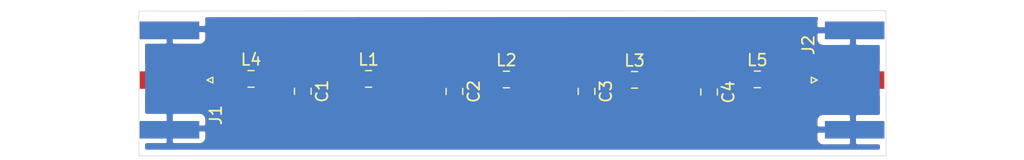
<source format=kicad_pcb>
(kicad_pcb (version 20171130) (host pcbnew "(5.1.5-0-10_14)")

  (general
    (thickness 1.6)
    (drawings 4)
    (tracks 8)
    (zones 0)
    (modules 11)
    (nets 8)
  )

  (page A4)
  (layers
    (0 F.Cu signal)
    (31 B.Cu signal)
    (32 B.Adhes user)
    (33 F.Adhes user)
    (34 B.Paste user)
    (35 F.Paste user)
    (36 B.SilkS user)
    (37 F.SilkS user)
    (38 B.Mask user)
    (39 F.Mask user)
    (40 Dwgs.User user)
    (41 Cmts.User user)
    (42 Eco1.User user)
    (43 Eco2.User user)
    (44 Edge.Cuts user)
    (45 Margin user)
    (46 B.CrtYd user)
    (47 F.CrtYd user)
    (48 B.Fab user)
    (49 F.Fab user)
  )

  (setup
    (last_trace_width 0.25)
    (trace_clearance 0.2)
    (zone_clearance 0.508)
    (zone_45_only no)
    (trace_min 0.2)
    (via_size 0.8)
    (via_drill 0.4)
    (via_min_size 0.4)
    (via_min_drill 0.3)
    (uvia_size 0.3)
    (uvia_drill 0.1)
    (uvias_allowed no)
    (uvia_min_size 0.2)
    (uvia_min_drill 0.1)
    (edge_width 0.05)
    (segment_width 0.2)
    (pcb_text_width 0.3)
    (pcb_text_size 1.5 1.5)
    (mod_edge_width 0.12)
    (mod_text_size 1 1)
    (mod_text_width 0.15)
    (pad_size 1.524 1.524)
    (pad_drill 0.762)
    (pad_to_mask_clearance 0.051)
    (solder_mask_min_width 0.25)
    (aux_axis_origin 0 0)
    (visible_elements FFFFFF7F)
    (pcbplotparams
      (layerselection 0x01000_ffffffff)
      (usegerberextensions false)
      (usegerberattributes false)
      (usegerberadvancedattributes false)
      (creategerberjobfile false)
      (excludeedgelayer true)
      (linewidth 0.100000)
      (plotframeref false)
      (viasonmask false)
      (mode 1)
      (useauxorigin false)
      (hpglpennumber 1)
      (hpglpenspeed 20)
      (hpglpendiameter 15.000000)
      (psnegative false)
      (psa4output false)
      (plotreference true)
      (plotvalue true)
      (plotinvisibletext false)
      (padsonsilk false)
      (subtractmaskfromsilk false)
      (outputformat 1)
      (mirror false)
      (drillshape 0)
      (scaleselection 1)
      (outputdirectory "../../../../../../../../Volumes/USB30FD/Conner/32.1 MHz Lowpass FIlter/"))
  )

  (net 0 "")
  (net 1 "Net-(C1-Pad1)")
  (net 2 GND)
  (net 3 "Net-(C2-Pad1)")
  (net 4 "Net-(C3-Pad1)")
  (net 5 "Net-(C4-Pad1)")
  (net 6 "Net-(J2-Pad1)")
  (net 7 "Net-(J1-Pad1)")

  (net_class Default "This is the default net class."
    (clearance 0.2)
    (trace_width 0.25)
    (via_dia 0.8)
    (via_drill 0.4)
    (uvia_dia 0.3)
    (uvia_drill 0.1)
    (add_net GND)
    (add_net "Net-(C1-Pad1)")
    (add_net "Net-(C2-Pad1)")
    (add_net "Net-(C3-Pad1)")
    (add_net "Net-(C4-Pad1)")
    (add_net "Net-(J1-Pad1)")
    (add_net "Net-(J2-Pad1)")
  )

  (module Capacitor_SMD:C_0805_2012Metric_Pad1.15x1.40mm_HandSolder (layer F.Cu) (tedit 5B36C52B) (tstamp 5E58A7F8)
    (at 132.32 79.045 270)
    (descr "Capacitor SMD 0805 (2012 Metric), square (rectangular) end terminal, IPC_7351 nominal with elongated pad for handsoldering. (Body size source: https://docs.google.com/spreadsheets/d/1BsfQQcO9C6DZCsRaXUlFlo91Tg2WpOkGARC1WS5S8t0/edit?usp=sharing), generated with kicad-footprint-generator")
    (tags "capacitor handsolder")
    (path /5E587C61)
    (attr smd)
    (fp_text reference C1 (at 0 -1.65 90) (layer F.SilkS)
      (effects (font (size 1 1) (thickness 0.15)))
    )
    (fp_text value 91pF (at 0 1.65 90) (layer F.Fab)
      (effects (font (size 1 1) (thickness 0.15)))
    )
    (fp_line (start -1 0.6) (end -1 -0.6) (layer F.Fab) (width 0.1))
    (fp_line (start -1 -0.6) (end 1 -0.6) (layer F.Fab) (width 0.1))
    (fp_line (start 1 -0.6) (end 1 0.6) (layer F.Fab) (width 0.1))
    (fp_line (start 1 0.6) (end -1 0.6) (layer F.Fab) (width 0.1))
    (fp_line (start -0.261252 -0.71) (end 0.261252 -0.71) (layer F.SilkS) (width 0.12))
    (fp_line (start -0.261252 0.71) (end 0.261252 0.71) (layer F.SilkS) (width 0.12))
    (fp_line (start -1.85 0.95) (end -1.85 -0.95) (layer F.CrtYd) (width 0.05))
    (fp_line (start -1.85 -0.95) (end 1.85 -0.95) (layer F.CrtYd) (width 0.05))
    (fp_line (start 1.85 -0.95) (end 1.85 0.95) (layer F.CrtYd) (width 0.05))
    (fp_line (start 1.85 0.95) (end -1.85 0.95) (layer F.CrtYd) (width 0.05))
    (fp_text user %R (at 0 0 90) (layer F.Fab)
      (effects (font (size 0.5 0.5) (thickness 0.08)))
    )
    (pad 1 smd roundrect (at -1.025 0 270) (size 1.15 1.4) (layers F.Cu F.Paste F.Mask) (roundrect_rratio 0.217391)
      (net 1 "Net-(C1-Pad1)"))
    (pad 2 smd roundrect (at 1.025 0 270) (size 1.15 1.4) (layers F.Cu F.Paste F.Mask) (roundrect_rratio 0.217391)
      (net 2 GND))
    (model ${KISYS3DMOD}/Capacitor_SMD.3dshapes/C_0805_2012Metric.wrl
      (at (xyz 0 0 0))
      (scale (xyz 1 1 1))
      (rotate (xyz 0 0 0))
    )
  )

  (module Capacitor_SMD:C_0805_2012Metric_Pad1.15x1.40mm_HandSolder (layer F.Cu) (tedit 5B36C52B) (tstamp 5E58A809)
    (at 145.29 79.065 270)
    (descr "Capacitor SMD 0805 (2012 Metric), square (rectangular) end terminal, IPC_7351 nominal with elongated pad for handsoldering. (Body size source: https://docs.google.com/spreadsheets/d/1BsfQQcO9C6DZCsRaXUlFlo91Tg2WpOkGARC1WS5S8t0/edit?usp=sharing), generated with kicad-footprint-generator")
    (tags "capacitor handsolder")
    (path /5E588C39)
    (attr smd)
    (fp_text reference C2 (at 0 -1.65 90) (layer F.SilkS)
      (effects (font (size 1 1) (thickness 0.15)))
    )
    (fp_text value 160pF (at 0 1.65 90) (layer F.Fab)
      (effects (font (size 1 1) (thickness 0.15)))
    )
    (fp_text user %R (at 0 0 90) (layer F.Fab)
      (effects (font (size 0.5 0.5) (thickness 0.08)))
    )
    (fp_line (start 1.85 0.95) (end -1.85 0.95) (layer F.CrtYd) (width 0.05))
    (fp_line (start 1.85 -0.95) (end 1.85 0.95) (layer F.CrtYd) (width 0.05))
    (fp_line (start -1.85 -0.95) (end 1.85 -0.95) (layer F.CrtYd) (width 0.05))
    (fp_line (start -1.85 0.95) (end -1.85 -0.95) (layer F.CrtYd) (width 0.05))
    (fp_line (start -0.261252 0.71) (end 0.261252 0.71) (layer F.SilkS) (width 0.12))
    (fp_line (start -0.261252 -0.71) (end 0.261252 -0.71) (layer F.SilkS) (width 0.12))
    (fp_line (start 1 0.6) (end -1 0.6) (layer F.Fab) (width 0.1))
    (fp_line (start 1 -0.6) (end 1 0.6) (layer F.Fab) (width 0.1))
    (fp_line (start -1 -0.6) (end 1 -0.6) (layer F.Fab) (width 0.1))
    (fp_line (start -1 0.6) (end -1 -0.6) (layer F.Fab) (width 0.1))
    (pad 2 smd roundrect (at 1.025 0 270) (size 1.15 1.4) (layers F.Cu F.Paste F.Mask) (roundrect_rratio 0.217391)
      (net 2 GND))
    (pad 1 smd roundrect (at -1.025 0 270) (size 1.15 1.4) (layers F.Cu F.Paste F.Mask) (roundrect_rratio 0.217391)
      (net 3 "Net-(C2-Pad1)"))
    (model ${KISYS3DMOD}/Capacitor_SMD.3dshapes/C_0805_2012Metric.wrl
      (at (xyz 0 0 0))
      (scale (xyz 1 1 1))
      (rotate (xyz 0 0 0))
    )
  )

  (module Capacitor_SMD:C_0805_2012Metric_Pad1.15x1.40mm_HandSolder (layer F.Cu) (tedit 5B36C52B) (tstamp 5E58A81A)
    (at 156.59 79.06 270)
    (descr "Capacitor SMD 0805 (2012 Metric), square (rectangular) end terminal, IPC_7351 nominal with elongated pad for handsoldering. (Body size source: https://docs.google.com/spreadsheets/d/1BsfQQcO9C6DZCsRaXUlFlo91Tg2WpOkGARC1WS5S8t0/edit?usp=sharing), generated with kicad-footprint-generator")
    (tags "capacitor handsolder")
    (path /5E588EC9)
    (attr smd)
    (fp_text reference C3 (at 0 -1.65 90) (layer F.SilkS)
      (effects (font (size 1 1) (thickness 0.15)))
    )
    (fp_text value 160pF (at 0 1.65 90) (layer F.Fab)
      (effects (font (size 1 1) (thickness 0.15)))
    )
    (fp_line (start -1 0.6) (end -1 -0.6) (layer F.Fab) (width 0.1))
    (fp_line (start -1 -0.6) (end 1 -0.6) (layer F.Fab) (width 0.1))
    (fp_line (start 1 -0.6) (end 1 0.6) (layer F.Fab) (width 0.1))
    (fp_line (start 1 0.6) (end -1 0.6) (layer F.Fab) (width 0.1))
    (fp_line (start -0.261252 -0.71) (end 0.261252 -0.71) (layer F.SilkS) (width 0.12))
    (fp_line (start -0.261252 0.71) (end 0.261252 0.71) (layer F.SilkS) (width 0.12))
    (fp_line (start -1.85 0.95) (end -1.85 -0.95) (layer F.CrtYd) (width 0.05))
    (fp_line (start -1.85 -0.95) (end 1.85 -0.95) (layer F.CrtYd) (width 0.05))
    (fp_line (start 1.85 -0.95) (end 1.85 0.95) (layer F.CrtYd) (width 0.05))
    (fp_line (start 1.85 0.95) (end -1.85 0.95) (layer F.CrtYd) (width 0.05))
    (fp_text user %R (at 0 0 90) (layer F.Fab)
      (effects (font (size 0.5 0.5) (thickness 0.08)))
    )
    (pad 1 smd roundrect (at -1.025 0 270) (size 1.15 1.4) (layers F.Cu F.Paste F.Mask) (roundrect_rratio 0.217391)
      (net 4 "Net-(C3-Pad1)"))
    (pad 2 smd roundrect (at 1.025 0 270) (size 1.15 1.4) (layers F.Cu F.Paste F.Mask) (roundrect_rratio 0.217391)
      (net 2 GND))
    (model ${KISYS3DMOD}/Capacitor_SMD.3dshapes/C_0805_2012Metric.wrl
      (at (xyz 0 0 0))
      (scale (xyz 1 1 1))
      (rotate (xyz 0 0 0))
    )
  )

  (module Capacitor_SMD:C_0805_2012Metric_Pad1.15x1.40mm_HandSolder (layer F.Cu) (tedit 5B36C52B) (tstamp 5E58A82B)
    (at 167.07 79.115 270)
    (descr "Capacitor SMD 0805 (2012 Metric), square (rectangular) end terminal, IPC_7351 nominal with elongated pad for handsoldering. (Body size source: https://docs.google.com/spreadsheets/d/1BsfQQcO9C6DZCsRaXUlFlo91Tg2WpOkGARC1WS5S8t0/edit?usp=sharing), generated with kicad-footprint-generator")
    (tags "capacitor handsolder")
    (path /5E5890E1)
    (attr smd)
    (fp_text reference C4 (at 0 -1.65 90) (layer F.SilkS)
      (effects (font (size 1 1) (thickness 0.15)))
    )
    (fp_text value 160pF (at 0 1.65 90) (layer F.Fab)
      (effects (font (size 1 1) (thickness 0.15)))
    )
    (fp_text user %R (at 0 0 90) (layer F.Fab)
      (effects (font (size 0.5 0.5) (thickness 0.08)))
    )
    (fp_line (start 1.85 0.95) (end -1.85 0.95) (layer F.CrtYd) (width 0.05))
    (fp_line (start 1.85 -0.95) (end 1.85 0.95) (layer F.CrtYd) (width 0.05))
    (fp_line (start -1.85 -0.95) (end 1.85 -0.95) (layer F.CrtYd) (width 0.05))
    (fp_line (start -1.85 0.95) (end -1.85 -0.95) (layer F.CrtYd) (width 0.05))
    (fp_line (start -0.261252 0.71) (end 0.261252 0.71) (layer F.SilkS) (width 0.12))
    (fp_line (start -0.261252 -0.71) (end 0.261252 -0.71) (layer F.SilkS) (width 0.12))
    (fp_line (start 1 0.6) (end -1 0.6) (layer F.Fab) (width 0.1))
    (fp_line (start 1 -0.6) (end 1 0.6) (layer F.Fab) (width 0.1))
    (fp_line (start -1 -0.6) (end 1 -0.6) (layer F.Fab) (width 0.1))
    (fp_line (start -1 0.6) (end -1 -0.6) (layer F.Fab) (width 0.1))
    (pad 2 smd roundrect (at 1.025 0 270) (size 1.15 1.4) (layers F.Cu F.Paste F.Mask) (roundrect_rratio 0.217391)
      (net 2 GND))
    (pad 1 smd roundrect (at -1.025 0 270) (size 1.15 1.4) (layers F.Cu F.Paste F.Mask) (roundrect_rratio 0.217391)
      (net 5 "Net-(C4-Pad1)"))
    (model ${KISYS3DMOD}/Capacitor_SMD.3dshapes/C_0805_2012Metric.wrl
      (at (xyz 0 0 0))
      (scale (xyz 1 1 1))
      (rotate (xyz 0 0 0))
    )
  )

  (module Connector_Coaxial:SMA_Amphenol_132289_EdgeMount (layer F.Cu) (tedit 5A1C1810) (tstamp 5E58A84E)
    (at 120.92 78.09 180)
    (descr http://www.amphenolrf.com/132289.html)
    (tags SMA)
    (path /5E584FD6)
    (attr smd)
    (fp_text reference J1 (at -3.96 -3 90) (layer F.SilkS)
      (effects (font (size 1 1) (thickness 0.15)))
    )
    (fp_text value Conn_Coaxial (at 5 6) (layer F.Fab)
      (effects (font (size 1 1) (thickness 0.15)))
    )
    (fp_line (start -3.71 0.25) (end -3.21 0) (layer F.SilkS) (width 0.12))
    (fp_line (start -3.71 -0.25) (end -3.71 0.25) (layer F.SilkS) (width 0.12))
    (fp_line (start -3.21 0) (end -3.71 -0.25) (layer F.SilkS) (width 0.12))
    (fp_line (start 3.54 0) (end 2.54 0.75) (layer F.Fab) (width 0.1))
    (fp_line (start 2.54 -0.75) (end 3.54 0) (layer F.Fab) (width 0.1))
    (fp_text user %R (at 4.79 0 270) (layer F.Fab)
      (effects (font (size 1 1) (thickness 0.15)))
    )
    (fp_line (start 14.47 -5.58) (end -3.04 -5.58) (layer F.CrtYd) (width 0.05))
    (fp_line (start 14.47 -5.58) (end 14.47 5.58) (layer F.CrtYd) (width 0.05))
    (fp_line (start 14.47 5.58) (end -3.04 5.58) (layer F.CrtYd) (width 0.05))
    (fp_line (start -3.04 5.58) (end -3.04 -5.58) (layer F.CrtYd) (width 0.05))
    (fp_line (start 14.47 -5.58) (end -3.04 -5.58) (layer B.CrtYd) (width 0.05))
    (fp_line (start 14.47 -5.58) (end 14.47 5.58) (layer B.CrtYd) (width 0.05))
    (fp_line (start 14.47 5.58) (end -3.04 5.58) (layer B.CrtYd) (width 0.05))
    (fp_line (start -3.04 5.58) (end -3.04 -5.58) (layer B.CrtYd) (width 0.05))
    (fp_line (start 4.445 -3.81) (end 13.97 -3.81) (layer F.Fab) (width 0.1))
    (fp_line (start 13.97 -3.81) (end 13.97 3.81) (layer F.Fab) (width 0.1))
    (fp_line (start 13.97 3.81) (end 4.445 3.81) (layer F.Fab) (width 0.1))
    (fp_line (start 4.445 5.08) (end 4.445 3.81) (layer F.Fab) (width 0.1))
    (fp_line (start 4.445 -3.81) (end 4.445 -5.08) (layer F.Fab) (width 0.1))
    (fp_line (start -1.91 -5.08) (end 4.445 -5.08) (layer F.Fab) (width 0.1))
    (fp_line (start -1.91 -5.08) (end -1.91 -3.81) (layer F.Fab) (width 0.1))
    (fp_line (start -1.91 -3.81) (end 2.54 -3.81) (layer F.Fab) (width 0.1))
    (fp_line (start 2.54 -3.81) (end 2.54 3.81) (layer F.Fab) (width 0.1))
    (fp_line (start 2.54 3.81) (end -1.91 3.81) (layer F.Fab) (width 0.1))
    (fp_line (start -1.91 3.81) (end -1.91 5.08) (layer F.Fab) (width 0.1))
    (fp_line (start -1.91 5.08) (end 4.445 5.08) (layer F.Fab) (width 0.1))
    (pad 2 smd rect (at 0 4.25 270) (size 1.5 5.08) (layers B.Cu B.Paste B.Mask)
      (net 2 GND))
    (pad 2 smd rect (at 0 -4.25 270) (size 1.5 5.08) (layers B.Cu B.Paste B.Mask)
      (net 2 GND))
    (pad 2 smd rect (at 0 4.25 270) (size 1.5 5.08) (layers F.Cu F.Paste F.Mask)
      (net 2 GND))
    (pad 2 smd rect (at 0 -4.25 270) (size 1.5 5.08) (layers F.Cu F.Paste F.Mask)
      (net 2 GND))
    (pad 1 smd rect (at 0 0 270) (size 1.5 5.08) (layers F.Cu F.Paste F.Mask)
      (net 7 "Net-(J1-Pad1)"))
    (model ${KISYS3DMOD}/Connector_Coaxial.3dshapes/SMA_Amphenol_132289_EdgeMount.wrl
      (at (xyz 0 0 0))
      (scale (xyz 1 1 1))
      (rotate (xyz 0 0 0))
    )
  )

  (module Connector_Coaxial:SMA_Amphenol_132289_EdgeMount (layer F.Cu) (tedit 5A1C1810) (tstamp 5E58A871)
    (at 179.52 78.09)
    (descr http://www.amphenolrf.com/132289.html)
    (tags SMA)
    (path /5E585AAA)
    (attr smd)
    (fp_text reference J2 (at -3.96 -3 90) (layer F.SilkS)
      (effects (font (size 1 1) (thickness 0.15)))
    )
    (fp_text value Conn_Coaxial (at 5 6) (layer F.Fab)
      (effects (font (size 1 1) (thickness 0.15)))
    )
    (fp_line (start -1.91 5.08) (end 4.445 5.08) (layer F.Fab) (width 0.1))
    (fp_line (start -1.91 3.81) (end -1.91 5.08) (layer F.Fab) (width 0.1))
    (fp_line (start 2.54 3.81) (end -1.91 3.81) (layer F.Fab) (width 0.1))
    (fp_line (start 2.54 -3.81) (end 2.54 3.81) (layer F.Fab) (width 0.1))
    (fp_line (start -1.91 -3.81) (end 2.54 -3.81) (layer F.Fab) (width 0.1))
    (fp_line (start -1.91 -5.08) (end -1.91 -3.81) (layer F.Fab) (width 0.1))
    (fp_line (start -1.91 -5.08) (end 4.445 -5.08) (layer F.Fab) (width 0.1))
    (fp_line (start 4.445 -3.81) (end 4.445 -5.08) (layer F.Fab) (width 0.1))
    (fp_line (start 4.445 5.08) (end 4.445 3.81) (layer F.Fab) (width 0.1))
    (fp_line (start 13.97 3.81) (end 4.445 3.81) (layer F.Fab) (width 0.1))
    (fp_line (start 13.97 -3.81) (end 13.97 3.81) (layer F.Fab) (width 0.1))
    (fp_line (start 4.445 -3.81) (end 13.97 -3.81) (layer F.Fab) (width 0.1))
    (fp_line (start -3.04 5.58) (end -3.04 -5.58) (layer B.CrtYd) (width 0.05))
    (fp_line (start 14.47 5.58) (end -3.04 5.58) (layer B.CrtYd) (width 0.05))
    (fp_line (start 14.47 -5.58) (end 14.47 5.58) (layer B.CrtYd) (width 0.05))
    (fp_line (start 14.47 -5.58) (end -3.04 -5.58) (layer B.CrtYd) (width 0.05))
    (fp_line (start -3.04 5.58) (end -3.04 -5.58) (layer F.CrtYd) (width 0.05))
    (fp_line (start 14.47 5.58) (end -3.04 5.58) (layer F.CrtYd) (width 0.05))
    (fp_line (start 14.47 -5.58) (end 14.47 5.58) (layer F.CrtYd) (width 0.05))
    (fp_line (start 14.47 -5.58) (end -3.04 -5.58) (layer F.CrtYd) (width 0.05))
    (fp_text user %R (at 4.79 0 270) (layer F.Fab)
      (effects (font (size 1 1) (thickness 0.15)))
    )
    (fp_line (start 2.54 -0.75) (end 3.54 0) (layer F.Fab) (width 0.1))
    (fp_line (start 3.54 0) (end 2.54 0.75) (layer F.Fab) (width 0.1))
    (fp_line (start -3.21 0) (end -3.71 -0.25) (layer F.SilkS) (width 0.12))
    (fp_line (start -3.71 -0.25) (end -3.71 0.25) (layer F.SilkS) (width 0.12))
    (fp_line (start -3.71 0.25) (end -3.21 0) (layer F.SilkS) (width 0.12))
    (pad 1 smd rect (at 0 0 90) (size 1.5 5.08) (layers F.Cu F.Paste F.Mask)
      (net 6 "Net-(J2-Pad1)"))
    (pad 2 smd rect (at 0 -4.25 90) (size 1.5 5.08) (layers F.Cu F.Paste F.Mask)
      (net 2 GND))
    (pad 2 smd rect (at 0 4.25 90) (size 1.5 5.08) (layers F.Cu F.Paste F.Mask)
      (net 2 GND))
    (pad 2 smd rect (at 0 -4.25 90) (size 1.5 5.08) (layers B.Cu B.Paste B.Mask)
      (net 2 GND))
    (pad 2 smd rect (at 0 4.25 90) (size 1.5 5.08) (layers B.Cu B.Paste B.Mask)
      (net 2 GND))
    (model ${KISYS3DMOD}/Connector_Coaxial.3dshapes/SMA_Amphenol_132289_EdgeMount.wrl
      (at (xyz 0 0 0))
      (scale (xyz 1 1 1))
      (rotate (xyz 0 0 0))
    )
  )

  (module Inductor_SMD:L_0805_2012Metric_Pad1.15x1.40mm_HandSolder (layer F.Cu) (tedit 5B36C52B) (tstamp 5E58A882)
    (at 137.945 77.99)
    (descr "Capacitor SMD 0805 (2012 Metric), square (rectangular) end terminal, IPC_7351 nominal with elongated pad for handsoldering. (Body size source: https://docs.google.com/spreadsheets/d/1BsfQQcO9C6DZCsRaXUlFlo91Tg2WpOkGARC1WS5S8t0/edit?usp=sharing), generated with kicad-footprint-generator")
    (tags "inductor handsolder")
    (path /5E586F21)
    (attr smd)
    (fp_text reference L1 (at 0 -1.65) (layer F.SilkS)
      (effects (font (size 1 1) (thickness 0.15)))
    )
    (fp_text value 270nH (at 0 1.65) (layer F.Fab)
      (effects (font (size 1 1) (thickness 0.15)))
    )
    (fp_line (start -1 0.6) (end -1 -0.6) (layer F.Fab) (width 0.1))
    (fp_line (start -1 -0.6) (end 1 -0.6) (layer F.Fab) (width 0.1))
    (fp_line (start 1 -0.6) (end 1 0.6) (layer F.Fab) (width 0.1))
    (fp_line (start 1 0.6) (end -1 0.6) (layer F.Fab) (width 0.1))
    (fp_line (start -0.261252 -0.71) (end 0.261252 -0.71) (layer F.SilkS) (width 0.12))
    (fp_line (start -0.261252 0.71) (end 0.261252 0.71) (layer F.SilkS) (width 0.12))
    (fp_line (start -1.85 0.95) (end -1.85 -0.95) (layer F.CrtYd) (width 0.05))
    (fp_line (start -1.85 -0.95) (end 1.85 -0.95) (layer F.CrtYd) (width 0.05))
    (fp_line (start 1.85 -0.95) (end 1.85 0.95) (layer F.CrtYd) (width 0.05))
    (fp_line (start 1.85 0.95) (end -1.85 0.95) (layer F.CrtYd) (width 0.05))
    (fp_text user %R (at 0 0) (layer F.Fab)
      (effects (font (size 0.5 0.5) (thickness 0.08)))
    )
    (pad 1 smd roundrect (at -1.025 0) (size 1.15 1.4) (layers F.Cu F.Paste F.Mask) (roundrect_rratio 0.217391)
      (net 1 "Net-(C1-Pad1)"))
    (pad 2 smd roundrect (at 1.025 0) (size 1.15 1.4) (layers F.Cu F.Paste F.Mask) (roundrect_rratio 0.217391)
      (net 3 "Net-(C2-Pad1)"))
    (model ${KISYS3DMOD}/Inductor_SMD.3dshapes/L_0805_2012Metric.wrl
      (at (xyz 0 0 0))
      (scale (xyz 1 1 1))
      (rotate (xyz 0 0 0))
    )
  )

  (module Inductor_SMD:L_0805_2012Metric_Pad1.15x1.40mm_HandSolder (layer F.Cu) (tedit 5B36C52B) (tstamp 5E58A893)
    (at 149.735 78.04)
    (descr "Capacitor SMD 0805 (2012 Metric), square (rectangular) end terminal, IPC_7351 nominal with elongated pad for handsoldering. (Body size source: https://docs.google.com/spreadsheets/d/1BsfQQcO9C6DZCsRaXUlFlo91Tg2WpOkGARC1WS5S8t0/edit?usp=sharing), generated with kicad-footprint-generator")
    (tags "inductor handsolder")
    (path /5E58760E)
    (attr smd)
    (fp_text reference L2 (at 0 -1.65) (layer F.SilkS)
      (effects (font (size 1 1) (thickness 0.15)))
    )
    (fp_text value 330nH (at 0 1.65) (layer F.Fab)
      (effects (font (size 1 1) (thickness 0.15)))
    )
    (fp_text user %R (at 0 0) (layer F.Fab)
      (effects (font (size 0.5 0.5) (thickness 0.08)))
    )
    (fp_line (start 1.85 0.95) (end -1.85 0.95) (layer F.CrtYd) (width 0.05))
    (fp_line (start 1.85 -0.95) (end 1.85 0.95) (layer F.CrtYd) (width 0.05))
    (fp_line (start -1.85 -0.95) (end 1.85 -0.95) (layer F.CrtYd) (width 0.05))
    (fp_line (start -1.85 0.95) (end -1.85 -0.95) (layer F.CrtYd) (width 0.05))
    (fp_line (start -0.261252 0.71) (end 0.261252 0.71) (layer F.SilkS) (width 0.12))
    (fp_line (start -0.261252 -0.71) (end 0.261252 -0.71) (layer F.SilkS) (width 0.12))
    (fp_line (start 1 0.6) (end -1 0.6) (layer F.Fab) (width 0.1))
    (fp_line (start 1 -0.6) (end 1 0.6) (layer F.Fab) (width 0.1))
    (fp_line (start -1 -0.6) (end 1 -0.6) (layer F.Fab) (width 0.1))
    (fp_line (start -1 0.6) (end -1 -0.6) (layer F.Fab) (width 0.1))
    (pad 2 smd roundrect (at 1.025 0) (size 1.15 1.4) (layers F.Cu F.Paste F.Mask) (roundrect_rratio 0.217391)
      (net 4 "Net-(C3-Pad1)"))
    (pad 1 smd roundrect (at -1.025 0) (size 1.15 1.4) (layers F.Cu F.Paste F.Mask) (roundrect_rratio 0.217391)
      (net 3 "Net-(C2-Pad1)"))
    (model ${KISYS3DMOD}/Inductor_SMD.3dshapes/L_0805_2012Metric.wrl
      (at (xyz 0 0 0))
      (scale (xyz 1 1 1))
      (rotate (xyz 0 0 0))
    )
  )

  (module Inductor_SMD:L_0805_2012Metric_Pad1.15x1.40mm_HandSolder (layer F.Cu) (tedit 5B36C52B) (tstamp 5E58A8A4)
    (at 160.695 78.07)
    (descr "Capacitor SMD 0805 (2012 Metric), square (rectangular) end terminal, IPC_7351 nominal with elongated pad for handsoldering. (Body size source: https://docs.google.com/spreadsheets/d/1BsfQQcO9C6DZCsRaXUlFlo91Tg2WpOkGARC1WS5S8t0/edit?usp=sharing), generated with kicad-footprint-generator")
    (tags "inductor handsolder")
    (path /5E587795)
    (attr smd)
    (fp_text reference L3 (at 0 -1.65) (layer F.SilkS)
      (effects (font (size 1 1) (thickness 0.15)))
    )
    (fp_text value 270nH (at 0 1.65) (layer F.Fab)
      (effects (font (size 1 1) (thickness 0.15)))
    )
    (fp_line (start -1 0.6) (end -1 -0.6) (layer F.Fab) (width 0.1))
    (fp_line (start -1 -0.6) (end 1 -0.6) (layer F.Fab) (width 0.1))
    (fp_line (start 1 -0.6) (end 1 0.6) (layer F.Fab) (width 0.1))
    (fp_line (start 1 0.6) (end -1 0.6) (layer F.Fab) (width 0.1))
    (fp_line (start -0.261252 -0.71) (end 0.261252 -0.71) (layer F.SilkS) (width 0.12))
    (fp_line (start -0.261252 0.71) (end 0.261252 0.71) (layer F.SilkS) (width 0.12))
    (fp_line (start -1.85 0.95) (end -1.85 -0.95) (layer F.CrtYd) (width 0.05))
    (fp_line (start -1.85 -0.95) (end 1.85 -0.95) (layer F.CrtYd) (width 0.05))
    (fp_line (start 1.85 -0.95) (end 1.85 0.95) (layer F.CrtYd) (width 0.05))
    (fp_line (start 1.85 0.95) (end -1.85 0.95) (layer F.CrtYd) (width 0.05))
    (fp_text user %R (at 0 0) (layer F.Fab)
      (effects (font (size 0.5 0.5) (thickness 0.08)))
    )
    (pad 1 smd roundrect (at -1.025 0) (size 1.15 1.4) (layers F.Cu F.Paste F.Mask) (roundrect_rratio 0.217391)
      (net 4 "Net-(C3-Pad1)"))
    (pad 2 smd roundrect (at 1.025 0) (size 1.15 1.4) (layers F.Cu F.Paste F.Mask) (roundrect_rratio 0.217391)
      (net 5 "Net-(C4-Pad1)"))
    (model ${KISYS3DMOD}/Inductor_SMD.3dshapes/L_0805_2012Metric.wrl
      (at (xyz 0 0 0))
      (scale (xyz 1 1 1))
      (rotate (xyz 0 0 0))
    )
  )

  (module Inductor_SMD:L_0805_2012Metric_Pad1.15x1.40mm_HandSolder (layer F.Cu) (tedit 5B36C52B) (tstamp 5E58ABD5)
    (at 127.895 77.99)
    (descr "Capacitor SMD 0805 (2012 Metric), square (rectangular) end terminal, IPC_7351 nominal with elongated pad for handsoldering. (Body size source: https://docs.google.com/spreadsheets/d/1BsfQQcO9C6DZCsRaXUlFlo91Tg2WpOkGARC1WS5S8t0/edit?usp=sharing), generated with kicad-footprint-generator")
    (tags "inductor handsolder")
    (path /5E58CCA4)
    (attr smd)
    (fp_text reference L4 (at 0 -1.65) (layer F.SilkS)
      (effects (font (size 1 1) (thickness 0.15)))
    )
    (fp_text value shorted (at 0 1.65) (layer F.Fab)
      (effects (font (size 1 1) (thickness 0.15)))
    )
    (fp_line (start -1 0.6) (end -1 -0.6) (layer F.Fab) (width 0.1))
    (fp_line (start -1 -0.6) (end 1 -0.6) (layer F.Fab) (width 0.1))
    (fp_line (start 1 -0.6) (end 1 0.6) (layer F.Fab) (width 0.1))
    (fp_line (start 1 0.6) (end -1 0.6) (layer F.Fab) (width 0.1))
    (fp_line (start -0.261252 -0.71) (end 0.261252 -0.71) (layer F.SilkS) (width 0.12))
    (fp_line (start -0.261252 0.71) (end 0.261252 0.71) (layer F.SilkS) (width 0.12))
    (fp_line (start -1.85 0.95) (end -1.85 -0.95) (layer F.CrtYd) (width 0.05))
    (fp_line (start -1.85 -0.95) (end 1.85 -0.95) (layer F.CrtYd) (width 0.05))
    (fp_line (start 1.85 -0.95) (end 1.85 0.95) (layer F.CrtYd) (width 0.05))
    (fp_line (start 1.85 0.95) (end -1.85 0.95) (layer F.CrtYd) (width 0.05))
    (fp_text user %R (at 0 0) (layer F.Fab)
      (effects (font (size 0.5 0.5) (thickness 0.08)))
    )
    (pad 1 smd roundrect (at -1.025 0) (size 1.15 1.4) (layers F.Cu F.Paste F.Mask) (roundrect_rratio 0.217391)
      (net 7 "Net-(J1-Pad1)"))
    (pad 2 smd roundrect (at 1.025 0) (size 1.15 1.4) (layers F.Cu F.Paste F.Mask) (roundrect_rratio 0.217391)
      (net 1 "Net-(C1-Pad1)"))
    (model ${KISYS3DMOD}/Inductor_SMD.3dshapes/L_0805_2012Metric.wrl
      (at (xyz 0 0 0))
      (scale (xyz 1 1 1))
      (rotate (xyz 0 0 0))
    )
  )

  (module Inductor_SMD:L_0805_2012Metric_Pad1.15x1.40mm_HandSolder (layer F.Cu) (tedit 5B36C52B) (tstamp 5E58ABE6)
    (at 171.195 78.03)
    (descr "Capacitor SMD 0805 (2012 Metric), square (rectangular) end terminal, IPC_7351 nominal with elongated pad for handsoldering. (Body size source: https://docs.google.com/spreadsheets/d/1BsfQQcO9C6DZCsRaXUlFlo91Tg2WpOkGARC1WS5S8t0/edit?usp=sharing), generated with kicad-footprint-generator")
    (tags "inductor handsolder")
    (path /5E58D754)
    (attr smd)
    (fp_text reference L5 (at 0 -1.65) (layer F.SilkS)
      (effects (font (size 1 1) (thickness 0.15)))
    )
    (fp_text value shorted (at 0 1.65) (layer F.Fab)
      (effects (font (size 1 1) (thickness 0.15)))
    )
    (fp_text user %R (at 0 0) (layer F.Fab)
      (effects (font (size 0.5 0.5) (thickness 0.08)))
    )
    (fp_line (start 1.85 0.95) (end -1.85 0.95) (layer F.CrtYd) (width 0.05))
    (fp_line (start 1.85 -0.95) (end 1.85 0.95) (layer F.CrtYd) (width 0.05))
    (fp_line (start -1.85 -0.95) (end 1.85 -0.95) (layer F.CrtYd) (width 0.05))
    (fp_line (start -1.85 0.95) (end -1.85 -0.95) (layer F.CrtYd) (width 0.05))
    (fp_line (start -0.261252 0.71) (end 0.261252 0.71) (layer F.SilkS) (width 0.12))
    (fp_line (start -0.261252 -0.71) (end 0.261252 -0.71) (layer F.SilkS) (width 0.12))
    (fp_line (start 1 0.6) (end -1 0.6) (layer F.Fab) (width 0.1))
    (fp_line (start 1 -0.6) (end 1 0.6) (layer F.Fab) (width 0.1))
    (fp_line (start -1 -0.6) (end 1 -0.6) (layer F.Fab) (width 0.1))
    (fp_line (start -1 0.6) (end -1 -0.6) (layer F.Fab) (width 0.1))
    (pad 2 smd roundrect (at 1.025 0) (size 1.15 1.4) (layers F.Cu F.Paste F.Mask) (roundrect_rratio 0.217391)
      (net 6 "Net-(J2-Pad1)"))
    (pad 1 smd roundrect (at -1.025 0) (size 1.15 1.4) (layers F.Cu F.Paste F.Mask) (roundrect_rratio 0.217391)
      (net 5 "Net-(C4-Pad1)"))
    (model ${KISYS3DMOD}/Inductor_SMD.3dshapes/L_0805_2012Metric.wrl
      (at (xyz 0 0 0))
      (scale (xyz 1 1 1))
      (rotate (xyz 0 0 0))
    )
  )

  (gr_line (start 182.19 72.16) (end 118.3 72.19) (layer Edge.Cuts) (width 0.05))
  (gr_line (start 182.21 84.57) (end 182.19 72.16) (layer Edge.Cuts) (width 0.05))
  (gr_line (start 118.31 84.57) (end 182.21 84.57) (layer Edge.Cuts) (width 0.05))
  (gr_line (start 118.3 72.21) (end 118.31 84.57) (layer Edge.Cuts) (width 0.05))

  (segment (start 129.29 78.05) (end 136.63 78.05) (width 0.25) (layer F.Cu) (net 1))
  (segment (start 127.17 77.98) (end 127.24 78.05) (width 0.25) (layer F.Cu) (net 7))
  (segment (start 120.94 77.98) (end 127.17 77.98) (width 0.25) (layer F.Cu) (net 7) (status 10))
  (segment (start 138.68 78.05) (end 148.555 78.05) (width 0.25) (layer F.Cu) (net 3))
  (segment (start 159.63 78.05) (end 159.66 78.08) (width 0.25) (layer F.Cu) (net 4))
  (segment (start 150.605 78.05) (end 159.63 78.05) (width 0.25) (layer F.Cu) (net 4))
  (segment (start 161.71 78.08) (end 170.35 78.08) (width 0.25) (layer F.Cu) (net 5))
  (segment (start 172.4 78.08) (end 179.38 78.08) (width 0.25) (layer F.Cu) (net 6))

  (zone (net 2) (net_name GND) (layer F.Cu) (tstamp 5E4E101F) (hatch edge 0.508)
    (connect_pads (clearance 0.508))
    (min_thickness 0.254)
    (fill yes (arc_segments 32) (thermal_gap 0.508) (thermal_bridge_width 0.508))
    (polygon
      (pts
        (xy 182.2 84.55) (xy 118.29 84.47) (xy 118.25 72.07) (xy 182.13 72.07)
      )
    )
    (filled_polygon
      (pts
        (xy 126.094528 78.839851) (xy 126.176595 78.993387) (xy 126.287038 79.127962) (xy 126.421613 79.238405) (xy 126.575149 79.320472)
        (xy 126.741745 79.371008) (xy 126.914999 79.388072) (xy 127.565001 79.388072) (xy 127.738255 79.371008) (xy 127.904851 79.320472)
        (xy 128.058387 79.238405) (xy 128.192962 79.127962) (xy 128.265 79.040184) (xy 128.337038 79.127962) (xy 128.471613 79.238405)
        (xy 128.625149 79.320472) (xy 128.791745 79.371008) (xy 128.964999 79.388072) (xy 129.615001 79.388072) (xy 129.788255 79.371008)
        (xy 129.954851 79.320472) (xy 130.108387 79.238405) (xy 130.242962 79.127962) (xy 130.353405 78.993387) (xy 130.435472 78.839851)
        (xy 130.444527 78.81) (xy 131.081077 78.81) (xy 131.101595 78.848387) (xy 131.212038 78.982962) (xy 131.218594 78.988342)
        (xy 131.138815 79.053815) (xy 131.059463 79.150506) (xy 131.000498 79.26082) (xy 130.964188 79.380518) (xy 130.951928 79.505)
        (xy 130.955 79.79425) (xy 131.11375 79.953) (xy 132.163 79.953) (xy 132.163 79.933) (xy 132.417 79.933)
        (xy 132.417 79.953) (xy 133.46625 79.953) (xy 133.625 79.79425) (xy 133.628072 79.505) (xy 133.615812 79.380518)
        (xy 133.579502 79.26082) (xy 133.520537 79.150506) (xy 133.441185 79.053815) (xy 133.361406 78.988342) (xy 133.367962 78.982962)
        (xy 133.478405 78.848387) (xy 133.498923 78.81) (xy 135.475473 78.81) (xy 135.484528 78.839851) (xy 135.566595 78.993387)
        (xy 135.677038 79.127962) (xy 135.811613 79.238405) (xy 135.965149 79.320472) (xy 136.131745 79.371008) (xy 136.304999 79.388072)
        (xy 136.955001 79.388072) (xy 137.128255 79.371008) (xy 137.294851 79.320472) (xy 137.448387 79.238405) (xy 137.582962 79.127962)
        (xy 137.655 79.040184) (xy 137.727038 79.127962) (xy 137.861613 79.238405) (xy 138.015149 79.320472) (xy 138.181745 79.371008)
        (xy 138.354999 79.388072) (xy 139.005001 79.388072) (xy 139.178255 79.371008) (xy 139.344851 79.320472) (xy 139.498387 79.238405)
        (xy 139.632962 79.127962) (xy 139.743405 78.993387) (xy 139.825472 78.839851) (xy 139.834527 78.81) (xy 143.800386 78.81)
        (xy 143.831595 78.868387) (xy 143.942038 79.002962) (xy 143.948594 79.008342) (xy 143.868815 79.073815) (xy 143.789463 79.170506)
        (xy 143.730498 79.28082) (xy 143.694188 79.400518) (xy 143.681928 79.525) (xy 143.685 79.81425) (xy 143.84375 79.973)
        (xy 144.893 79.973) (xy 144.893 79.953) (xy 145.147 79.953) (xy 145.147 79.973) (xy 146.19625 79.973)
        (xy 146.355 79.81425) (xy 146.358072 79.525) (xy 146.345812 79.400518) (xy 146.309502 79.28082) (xy 146.250537 79.170506)
        (xy 146.171185 79.073815) (xy 146.091406 79.008342) (xy 146.097962 79.002962) (xy 146.208405 78.868387) (xy 146.239614 78.81)
        (xy 147.400473 78.81) (xy 147.409528 78.839851) (xy 147.491595 78.993387) (xy 147.602038 79.127962) (xy 147.736613 79.238405)
        (xy 147.890149 79.320472) (xy 148.056745 79.371008) (xy 148.229999 79.388072) (xy 148.880001 79.388072) (xy 149.053255 79.371008)
        (xy 149.219851 79.320472) (xy 149.373387 79.238405) (xy 149.507962 79.127962) (xy 149.58 79.040184) (xy 149.652038 79.127962)
        (xy 149.786613 79.238405) (xy 149.940149 79.320472) (xy 150.106745 79.371008) (xy 150.279999 79.388072) (xy 150.930001 79.388072)
        (xy 151.103255 79.371008) (xy 151.269851 79.320472) (xy 151.423387 79.238405) (xy 151.557962 79.127962) (xy 151.668405 78.993387)
        (xy 151.750472 78.839851) (xy 151.759527 78.81) (xy 154.710386 78.81) (xy 154.741595 78.868387) (xy 154.852038 79.002962)
        (xy 154.858594 79.008342) (xy 154.778815 79.073815) (xy 154.699463 79.170506) (xy 154.640498 79.28082) (xy 154.604188 79.400518)
        (xy 154.591928 79.525) (xy 154.595 79.81425) (xy 154.75375 79.973) (xy 155.803 79.973) (xy 155.803 79.953)
        (xy 156.057 79.953) (xy 156.057 79.973) (xy 157.10625 79.973) (xy 157.265 79.81425) (xy 157.268072 79.525)
        (xy 157.255812 79.400518) (xy 157.219502 79.28082) (xy 157.160537 79.170506) (xy 157.081185 79.073815) (xy 157.001406 79.008342)
        (xy 157.007962 79.002962) (xy 157.118405 78.868387) (xy 157.149614 78.81) (xy 158.496373 78.81) (xy 158.514528 78.869851)
        (xy 158.596595 79.023387) (xy 158.707038 79.157962) (xy 158.841613 79.268405) (xy 158.995149 79.350472) (xy 159.161745 79.401008)
        (xy 159.334999 79.418072) (xy 159.985001 79.418072) (xy 160.158255 79.401008) (xy 160.324851 79.350472) (xy 160.478387 79.268405)
        (xy 160.612962 79.157962) (xy 160.685 79.070184) (xy 160.757038 79.157962) (xy 160.891613 79.268405) (xy 161.045149 79.350472)
        (xy 161.211745 79.401008) (xy 161.384999 79.418072) (xy 162.035001 79.418072) (xy 162.208255 79.401008) (xy 162.374851 79.350472)
        (xy 162.528387 79.268405) (xy 162.662962 79.157962) (xy 162.773405 79.023387) (xy 162.855472 78.869851) (xy 162.864527 78.84)
        (xy 165.335041 78.84) (xy 165.371595 78.908387) (xy 165.482038 79.042962) (xy 165.488594 79.048342) (xy 165.408815 79.113815)
        (xy 165.329463 79.210506) (xy 165.270498 79.32082) (xy 165.234188 79.440518) (xy 165.221928 79.565) (xy 165.225 79.85425)
        (xy 165.38375 80.013) (xy 166.433 80.013) (xy 166.433 79.993) (xy 166.687 79.993) (xy 166.687 80.013)
        (xy 167.73625 80.013) (xy 167.895 79.85425) (xy 167.898072 79.565) (xy 167.885812 79.440518) (xy 167.849502 79.32082)
        (xy 167.790537 79.210506) (xy 167.711185 79.113815) (xy 167.631406 79.048342) (xy 167.637962 79.042962) (xy 167.748405 78.908387)
        (xy 167.784959 78.84) (xy 169.195473 78.84) (xy 169.204528 78.869851) (xy 169.286595 79.023387) (xy 169.397038 79.157962)
        (xy 169.531613 79.268405) (xy 169.685149 79.350472) (xy 169.851745 79.401008) (xy 170.024999 79.418072) (xy 170.675001 79.418072)
        (xy 170.848255 79.401008) (xy 171.014851 79.350472) (xy 171.168387 79.268405) (xy 171.302962 79.157962) (xy 171.375 79.070184)
        (xy 171.447038 79.157962) (xy 171.581613 79.268405) (xy 171.735149 79.350472) (xy 171.901745 79.401008) (xy 172.074999 79.418072)
        (xy 172.725001 79.418072) (xy 172.898255 79.401008) (xy 173.064851 79.350472) (xy 173.218387 79.268405) (xy 173.352962 79.157962)
        (xy 173.463405 79.023387) (xy 173.545472 78.869851) (xy 173.554527 78.84) (xy 176.202913 78.84) (xy 176.214188 78.954482)
        (xy 176.250498 79.07418) (xy 176.309463 79.184494) (xy 176.388815 79.281185) (xy 176.485506 79.360537) (xy 176.59582 79.419502)
        (xy 176.715518 79.455812) (xy 176.84 79.468072) (xy 181.541778 79.468072) (xy 181.544154 80.94244) (xy 179.66575 80.945)
        (xy 179.507 81.10375) (xy 179.507 82.203) (xy 179.527 82.203) (xy 179.527 82.457) (xy 179.507 82.457)
        (xy 179.507 83.55625) (xy 179.66575 83.715) (xy 181.548626 83.717566) (xy 181.548936 83.91) (xy 118.969466 83.91)
        (xy 118.969229 83.617296) (xy 120.65425 83.615) (xy 120.813 83.45625) (xy 120.813 82.357) (xy 121.067 82.357)
        (xy 121.067 83.45625) (xy 121.22575 83.615) (xy 123.48 83.618072) (xy 123.604482 83.605812) (xy 123.72418 83.569502)
        (xy 123.834494 83.510537) (xy 123.931185 83.431185) (xy 124.010537 83.334494) (xy 124.069502 83.22418) (xy 124.105812 83.104482)
        (xy 124.108223 83.08) (xy 176.201928 83.08) (xy 176.214188 83.204482) (xy 176.250498 83.32418) (xy 176.309463 83.434494)
        (xy 176.388815 83.531185) (xy 176.485506 83.610537) (xy 176.59582 83.669502) (xy 176.715518 83.705812) (xy 176.84 83.718072)
        (xy 179.09425 83.715) (xy 179.253 83.55625) (xy 179.253 82.457) (xy 176.36375 82.457) (xy 176.205 82.61575)
        (xy 176.201928 83.08) (xy 124.108223 83.08) (xy 124.118072 82.98) (xy 124.115 82.51575) (xy 123.95625 82.357)
        (xy 121.067 82.357) (xy 120.813 82.357) (xy 120.793 82.357) (xy 120.793 82.103) (xy 120.813 82.103)
        (xy 120.813 81.00375) (xy 121.067 81.00375) (xy 121.067 82.103) (xy 123.95625 82.103) (xy 124.115 81.94425)
        (xy 124.11741 81.58) (xy 176.201928 81.58) (xy 176.205 82.04425) (xy 176.36375 82.203) (xy 179.253 82.203)
        (xy 179.253 81.10375) (xy 179.09425 80.945) (xy 176.84 80.941928) (xy 176.715518 80.954188) (xy 176.59582 80.990498)
        (xy 176.485506 81.049463) (xy 176.388815 81.128815) (xy 176.309463 81.225506) (xy 176.250498 81.33582) (xy 176.214188 81.455518)
        (xy 176.201928 81.58) (xy 124.11741 81.58) (xy 124.118072 81.48) (xy 124.105812 81.355518) (xy 124.069502 81.23582)
        (xy 124.010537 81.125506) (xy 123.931185 81.028815) (xy 123.834494 80.949463) (xy 123.72418 80.890498) (xy 123.604482 80.854188)
        (xy 123.48 80.841928) (xy 121.22575 80.845) (xy 121.067 81.00375) (xy 120.813 81.00375) (xy 120.65425 80.845)
        (xy 118.966984 80.842701) (xy 118.966833 80.655) (xy 130.951928 80.655) (xy 130.964188 80.779482) (xy 131.000498 80.89918)
        (xy 131.059463 81.009494) (xy 131.138815 81.106185) (xy 131.235506 81.185537) (xy 131.34582 81.244502) (xy 131.465518 81.280812)
        (xy 131.59 81.293072) (xy 132.00425 81.29) (xy 132.163 81.13125) (xy 132.163 80.207) (xy 132.417 80.207)
        (xy 132.417 81.13125) (xy 132.57575 81.29) (xy 132.99 81.293072) (xy 133.114482 81.280812) (xy 133.23418 81.244502)
        (xy 133.344494 81.185537) (xy 133.441185 81.106185) (xy 133.520537 81.009494) (xy 133.579502 80.89918) (xy 133.615812 80.779482)
        (xy 133.626102 80.675) (xy 143.681928 80.675) (xy 143.694188 80.799482) (xy 143.730498 80.91918) (xy 143.789463 81.029494)
        (xy 143.868815 81.126185) (xy 143.965506 81.205537) (xy 144.07582 81.264502) (xy 144.195518 81.300812) (xy 144.32 81.313072)
        (xy 144.73425 81.31) (xy 144.893 81.15125) (xy 144.893 80.227) (xy 145.147 80.227) (xy 145.147 81.15125)
        (xy 145.30575 81.31) (xy 145.72 81.313072) (xy 145.844482 81.300812) (xy 145.96418 81.264502) (xy 146.074494 81.205537)
        (xy 146.171185 81.126185) (xy 146.250537 81.029494) (xy 146.309502 80.91918) (xy 146.345812 80.799482) (xy 146.358072 80.675)
        (xy 154.591928 80.675) (xy 154.604188 80.799482) (xy 154.640498 80.91918) (xy 154.699463 81.029494) (xy 154.778815 81.126185)
        (xy 154.875506 81.205537) (xy 154.98582 81.264502) (xy 155.105518 81.300812) (xy 155.23 81.313072) (xy 155.64425 81.31)
        (xy 155.803 81.15125) (xy 155.803 80.227) (xy 156.057 80.227) (xy 156.057 81.15125) (xy 156.21575 81.31)
        (xy 156.63 81.313072) (xy 156.754482 81.300812) (xy 156.87418 81.264502) (xy 156.984494 81.205537) (xy 157.081185 81.126185)
        (xy 157.160537 81.029494) (xy 157.219502 80.91918) (xy 157.255812 80.799482) (xy 157.264132 80.715) (xy 165.221928 80.715)
        (xy 165.234188 80.839482) (xy 165.270498 80.95918) (xy 165.329463 81.069494) (xy 165.408815 81.166185) (xy 165.505506 81.245537)
        (xy 165.61582 81.304502) (xy 165.735518 81.340812) (xy 165.86 81.353072) (xy 166.27425 81.35) (xy 166.433 81.19125)
        (xy 166.433 80.267) (xy 166.687 80.267) (xy 166.687 81.19125) (xy 166.84575 81.35) (xy 167.26 81.353072)
        (xy 167.384482 81.340812) (xy 167.50418 81.304502) (xy 167.614494 81.245537) (xy 167.711185 81.166185) (xy 167.790537 81.069494)
        (xy 167.849502 80.95918) (xy 167.885812 80.839482) (xy 167.898072 80.715) (xy 167.895 80.42575) (xy 167.73625 80.267)
        (xy 166.687 80.267) (xy 166.433 80.267) (xy 165.38375 80.267) (xy 165.225 80.42575) (xy 165.221928 80.715)
        (xy 157.264132 80.715) (xy 157.268072 80.675) (xy 157.265 80.38575) (xy 157.10625 80.227) (xy 156.057 80.227)
        (xy 155.803 80.227) (xy 154.75375 80.227) (xy 154.595 80.38575) (xy 154.591928 80.675) (xy 146.358072 80.675)
        (xy 146.355 80.38575) (xy 146.19625 80.227) (xy 145.147 80.227) (xy 144.893 80.227) (xy 143.84375 80.227)
        (xy 143.685 80.38575) (xy 143.681928 80.675) (xy 133.626102 80.675) (xy 133.628072 80.655) (xy 133.625 80.36575)
        (xy 133.46625 80.207) (xy 132.417 80.207) (xy 132.163 80.207) (xy 131.11375 80.207) (xy 130.955 80.36575)
        (xy 130.951928 80.655) (xy 118.966833 80.655) (xy 118.965791 79.368072) (xy 123.48 79.368072) (xy 123.604482 79.355812)
        (xy 123.72418 79.319502) (xy 123.834494 79.260537) (xy 123.931185 79.181185) (xy 124.010537 79.084494) (xy 124.069502 78.97418)
        (xy 124.105812 78.854482) (xy 124.117087 78.74) (xy 126.064239 78.74)
      )
    )
    (filled_polygon
      (pts
        (xy 176.250498 72.83582) (xy 176.214188 72.955518) (xy 176.201928 73.08) (xy 176.205 73.54425) (xy 176.36375 73.703)
        (xy 179.253 73.703) (xy 179.253 73.683) (xy 179.507 73.683) (xy 179.507 73.703) (xy 179.527 73.703)
        (xy 179.527 73.957) (xy 179.507 73.957) (xy 179.507 75.05625) (xy 179.66575 75.215) (xy 181.534927 75.217547)
        (xy 181.537303 76.691928) (xy 176.84 76.691928) (xy 176.715518 76.704188) (xy 176.59582 76.740498) (xy 176.485506 76.799463)
        (xy 176.388815 76.878815) (xy 176.309463 76.975506) (xy 176.250498 77.08582) (xy 176.214188 77.205518) (xy 176.202913 77.32)
        (xy 173.554527 77.32) (xy 173.545472 77.290149) (xy 173.463405 77.136613) (xy 173.352962 77.002038) (xy 173.218387 76.891595)
        (xy 173.064851 76.809528) (xy 172.898255 76.758992) (xy 172.725001 76.741928) (xy 172.074999 76.741928) (xy 171.901745 76.758992)
        (xy 171.735149 76.809528) (xy 171.581613 76.891595) (xy 171.447038 77.002038) (xy 171.375 77.089816) (xy 171.302962 77.002038)
        (xy 171.168387 76.891595) (xy 171.014851 76.809528) (xy 170.848255 76.758992) (xy 170.675001 76.741928) (xy 170.024999 76.741928)
        (xy 169.851745 76.758992) (xy 169.685149 76.809528) (xy 169.531613 76.891595) (xy 169.397038 77.002038) (xy 169.286595 77.136613)
        (xy 169.204528 77.290149) (xy 169.195473 77.32) (xy 167.774268 77.32) (xy 167.748405 77.271613) (xy 167.637962 77.137038)
        (xy 167.503387 77.026595) (xy 167.349851 76.944528) (xy 167.183255 76.893992) (xy 167.010001 76.876928) (xy 166.109999 76.876928)
        (xy 165.936745 76.893992) (xy 165.770149 76.944528) (xy 165.616613 77.026595) (xy 165.482038 77.137038) (xy 165.371595 77.271613)
        (xy 165.345732 77.32) (xy 162.864527 77.32) (xy 162.855472 77.290149) (xy 162.773405 77.136613) (xy 162.662962 77.002038)
        (xy 162.528387 76.891595) (xy 162.374851 76.809528) (xy 162.208255 76.758992) (xy 162.035001 76.741928) (xy 161.384999 76.741928)
        (xy 161.211745 76.758992) (xy 161.045149 76.809528) (xy 160.891613 76.891595) (xy 160.757038 77.002038) (xy 160.685 77.089816)
        (xy 160.612962 77.002038) (xy 160.478387 76.891595) (xy 160.324851 76.809528) (xy 160.158255 76.758992) (xy 159.985001 76.741928)
        (xy 159.334999 76.741928) (xy 159.161745 76.758992) (xy 158.995149 76.809528) (xy 158.841613 76.891595) (xy 158.707038 77.002038)
        (xy 158.596595 77.136613) (xy 158.514608 77.29) (xy 157.149614 77.29) (xy 157.118405 77.231613) (xy 157.007962 77.097038)
        (xy 156.873387 76.986595) (xy 156.719851 76.904528) (xy 156.553255 76.853992) (xy 156.380001 76.836928) (xy 155.479999 76.836928)
        (xy 155.306745 76.853992) (xy 155.140149 76.904528) (xy 154.986613 76.986595) (xy 154.852038 77.097038) (xy 154.741595 77.231613)
        (xy 154.710386 77.29) (xy 151.759527 77.29) (xy 151.750472 77.260149) (xy 151.668405 77.106613) (xy 151.557962 76.972038)
        (xy 151.423387 76.861595) (xy 151.269851 76.779528) (xy 151.103255 76.728992) (xy 150.930001 76.711928) (xy 150.279999 76.711928)
        (xy 150.106745 76.728992) (xy 149.940149 76.779528) (xy 149.786613 76.861595) (xy 149.652038 76.972038) (xy 149.58 77.059816)
        (xy 149.507962 76.972038) (xy 149.373387 76.861595) (xy 149.219851 76.779528) (xy 149.053255 76.728992) (xy 148.880001 76.711928)
        (xy 148.229999 76.711928) (xy 148.056745 76.728992) (xy 147.890149 76.779528) (xy 147.736613 76.861595) (xy 147.602038 76.972038)
        (xy 147.491595 77.106613) (xy 147.409528 77.260149) (xy 147.400473 77.29) (xy 146.239614 77.29) (xy 146.208405 77.231613)
        (xy 146.097962 77.097038) (xy 145.963387 76.986595) (xy 145.809851 76.904528) (xy 145.643255 76.853992) (xy 145.470001 76.836928)
        (xy 144.569999 76.836928) (xy 144.396745 76.853992) (xy 144.230149 76.904528) (xy 144.076613 76.986595) (xy 143.942038 77.097038)
        (xy 143.831595 77.231613) (xy 143.800386 77.29) (xy 139.834527 77.29) (xy 139.825472 77.260149) (xy 139.743405 77.106613)
        (xy 139.632962 76.972038) (xy 139.498387 76.861595) (xy 139.344851 76.779528) (xy 139.178255 76.728992) (xy 139.005001 76.711928)
        (xy 138.354999 76.711928) (xy 138.181745 76.728992) (xy 138.015149 76.779528) (xy 137.861613 76.861595) (xy 137.727038 76.972038)
        (xy 137.655 77.059816) (xy 137.582962 76.972038) (xy 137.448387 76.861595) (xy 137.294851 76.779528) (xy 137.128255 76.728992)
        (xy 136.955001 76.711928) (xy 136.304999 76.711928) (xy 136.131745 76.728992) (xy 135.965149 76.779528) (xy 135.811613 76.861595)
        (xy 135.677038 76.972038) (xy 135.566595 77.106613) (xy 135.484528 77.260149) (xy 135.475473 77.29) (xy 133.520304 77.29)
        (xy 133.478405 77.211613) (xy 133.367962 77.077038) (xy 133.233387 76.966595) (xy 133.079851 76.884528) (xy 132.913255 76.833992)
        (xy 132.740001 76.816928) (xy 131.839999 76.816928) (xy 131.666745 76.833992) (xy 131.500149 76.884528) (xy 131.346613 76.966595)
        (xy 131.212038 77.077038) (xy 131.101595 77.211613) (xy 131.059696 77.29) (xy 130.444527 77.29) (xy 130.435472 77.260149)
        (xy 130.353405 77.106613) (xy 130.242962 76.972038) (xy 130.108387 76.861595) (xy 129.954851 76.779528) (xy 129.788255 76.728992)
        (xy 129.615001 76.711928) (xy 128.964999 76.711928) (xy 128.791745 76.728992) (xy 128.625149 76.779528) (xy 128.471613 76.861595)
        (xy 128.337038 76.972038) (xy 128.265 77.059816) (xy 128.192962 76.972038) (xy 128.058387 76.861595) (xy 127.904851 76.779528)
        (xy 127.738255 76.728992) (xy 127.565001 76.711928) (xy 126.914999 76.711928) (xy 126.741745 76.728992) (xy 126.575149 76.779528)
        (xy 126.421613 76.861595) (xy 126.287038 76.972038) (xy 126.176595 77.106613) (xy 126.115988 77.22) (xy 124.117087 77.22)
        (xy 124.105812 77.105518) (xy 124.069502 76.98582) (xy 124.010537 76.875506) (xy 123.931185 76.778815) (xy 123.834494 76.699463)
        (xy 123.72418 76.640498) (xy 123.604482 76.604188) (xy 123.48 76.591928) (xy 118.963545 76.591928) (xy 118.962352 75.117306)
        (xy 120.65425 75.115) (xy 120.813 74.95625) (xy 120.813 73.857) (xy 121.067 73.857) (xy 121.067 74.95625)
        (xy 121.22575 75.115) (xy 123.48 75.118072) (xy 123.604482 75.105812) (xy 123.72418 75.069502) (xy 123.834494 75.010537)
        (xy 123.931185 74.931185) (xy 124.010537 74.834494) (xy 124.069502 74.72418) (xy 124.105812 74.604482) (xy 124.108223 74.58)
        (xy 176.201928 74.58) (xy 176.214188 74.704482) (xy 176.250498 74.82418) (xy 176.309463 74.934494) (xy 176.388815 75.031185)
        (xy 176.485506 75.110537) (xy 176.59582 75.169502) (xy 176.715518 75.205812) (xy 176.84 75.218072) (xy 179.09425 75.215)
        (xy 179.253 75.05625) (xy 179.253 73.957) (xy 176.36375 73.957) (xy 176.205 74.11575) (xy 176.201928 74.58)
        (xy 124.108223 74.58) (xy 124.118072 74.48) (xy 124.115 74.01575) (xy 123.95625 73.857) (xy 121.067 73.857)
        (xy 120.813 73.857) (xy 120.793 73.857) (xy 120.793 73.603) (xy 120.813 73.603) (xy 120.813 73.583)
        (xy 121.067 73.583) (xy 121.067 73.603) (xy 123.95625 73.603) (xy 124.115 73.44425) (xy 124.118072 72.98)
        (xy 124.105812 72.855518) (xy 124.103311 72.847275) (xy 176.257465 72.822785)
      )
    )
  )
  (zone (net 2) (net_name GND) (layer B.Cu) (tstamp 5E4E101C) (hatch edge 0.508)
    (connect_pads (clearance 0.508))
    (min_thickness 0.254)
    (fill yes (arc_segments 32) (thermal_gap 0.508) (thermal_bridge_width 0.508))
    (polygon
      (pts
        (xy 182.22 84.62) (xy 118.31 84.55) (xy 118.29 72.15) (xy 182.22 72.15)
      )
    )
    (filled_polygon
      (pts
        (xy 176.250498 72.83582) (xy 176.214188 72.955518) (xy 176.201928 73.08) (xy 176.205 73.54425) (xy 176.36375 73.703)
        (xy 179.253 73.703) (xy 179.253 73.683) (xy 179.507 73.683) (xy 179.507 73.703) (xy 179.527 73.703)
        (xy 179.527 73.957) (xy 179.507 73.957) (xy 179.507 75.05625) (xy 179.66575 75.215) (xy 181.534927 75.217547)
        (xy 181.544154 80.94244) (xy 179.66575 80.945) (xy 179.507 81.10375) (xy 179.507 82.203) (xy 179.527 82.203)
        (xy 179.527 82.457) (xy 179.507 82.457) (xy 179.507 83.55625) (xy 179.66575 83.715) (xy 181.548626 83.717566)
        (xy 181.548936 83.91) (xy 118.969466 83.91) (xy 118.969229 83.617296) (xy 120.65425 83.615) (xy 120.813 83.45625)
        (xy 120.813 82.357) (xy 121.067 82.357) (xy 121.067 83.45625) (xy 121.22575 83.615) (xy 123.48 83.618072)
        (xy 123.604482 83.605812) (xy 123.72418 83.569502) (xy 123.834494 83.510537) (xy 123.931185 83.431185) (xy 124.010537 83.334494)
        (xy 124.069502 83.22418) (xy 124.105812 83.104482) (xy 124.108223 83.08) (xy 176.201928 83.08) (xy 176.214188 83.204482)
        (xy 176.250498 83.32418) (xy 176.309463 83.434494) (xy 176.388815 83.531185) (xy 176.485506 83.610537) (xy 176.59582 83.669502)
        (xy 176.715518 83.705812) (xy 176.84 83.718072) (xy 179.09425 83.715) (xy 179.253 83.55625) (xy 179.253 82.457)
        (xy 176.36375 82.457) (xy 176.205 82.61575) (xy 176.201928 83.08) (xy 124.108223 83.08) (xy 124.118072 82.98)
        (xy 124.115 82.51575) (xy 123.95625 82.357) (xy 121.067 82.357) (xy 120.813 82.357) (xy 120.793 82.357)
        (xy 120.793 82.103) (xy 120.813 82.103) (xy 120.813 81.00375) (xy 121.067 81.00375) (xy 121.067 82.103)
        (xy 123.95625 82.103) (xy 124.115 81.94425) (xy 124.11741 81.58) (xy 176.201928 81.58) (xy 176.205 82.04425)
        (xy 176.36375 82.203) (xy 179.253 82.203) (xy 179.253 81.10375) (xy 179.09425 80.945) (xy 176.84 80.941928)
        (xy 176.715518 80.954188) (xy 176.59582 80.990498) (xy 176.485506 81.049463) (xy 176.388815 81.128815) (xy 176.309463 81.225506)
        (xy 176.250498 81.33582) (xy 176.214188 81.455518) (xy 176.201928 81.58) (xy 124.11741 81.58) (xy 124.118072 81.48)
        (xy 124.105812 81.355518) (xy 124.069502 81.23582) (xy 124.010537 81.125506) (xy 123.931185 81.028815) (xy 123.834494 80.949463)
        (xy 123.72418 80.890498) (xy 123.604482 80.854188) (xy 123.48 80.841928) (xy 121.22575 80.845) (xy 121.067 81.00375)
        (xy 120.813 81.00375) (xy 120.65425 80.845) (xy 118.966984 80.842701) (xy 118.962352 75.117306) (xy 120.65425 75.115)
        (xy 120.813 74.95625) (xy 120.813 73.857) (xy 121.067 73.857) (xy 121.067 74.95625) (xy 121.22575 75.115)
        (xy 123.48 75.118072) (xy 123.604482 75.105812) (xy 123.72418 75.069502) (xy 123.834494 75.010537) (xy 123.931185 74.931185)
        (xy 124.010537 74.834494) (xy 124.069502 74.72418) (xy 124.105812 74.604482) (xy 124.108223 74.58) (xy 176.201928 74.58)
        (xy 176.214188 74.704482) (xy 176.250498 74.82418) (xy 176.309463 74.934494) (xy 176.388815 75.031185) (xy 176.485506 75.110537)
        (xy 176.59582 75.169502) (xy 176.715518 75.205812) (xy 176.84 75.218072) (xy 179.09425 75.215) (xy 179.253 75.05625)
        (xy 179.253 73.957) (xy 176.36375 73.957) (xy 176.205 74.11575) (xy 176.201928 74.58) (xy 124.108223 74.58)
        (xy 124.118072 74.48) (xy 124.115 74.01575) (xy 123.95625 73.857) (xy 121.067 73.857) (xy 120.813 73.857)
        (xy 120.793 73.857) (xy 120.793 73.603) (xy 120.813 73.603) (xy 120.813 73.583) (xy 121.067 73.583)
        (xy 121.067 73.603) (xy 123.95625 73.603) (xy 124.115 73.44425) (xy 124.118072 72.98) (xy 124.105812 72.855518)
        (xy 124.103311 72.847275) (xy 176.257465 72.822785)
      )
    )
  )
)

</source>
